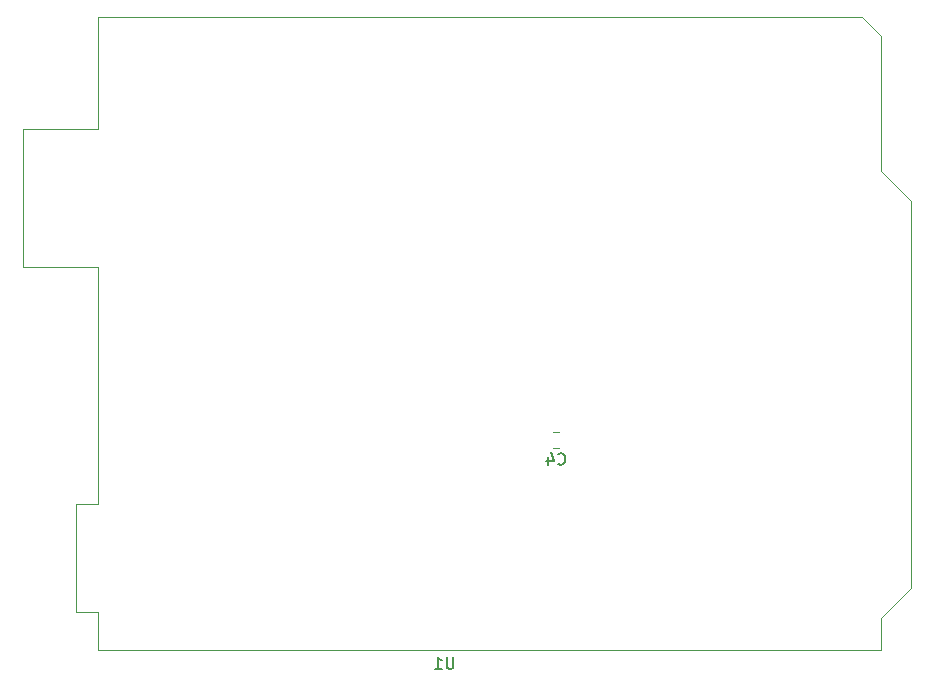
<source format=gbr>
G04 #@! TF.GenerationSoftware,KiCad,Pcbnew,5.0.2-bee76a0~70~ubuntu16.04.1*
G04 #@! TF.CreationDate,2019-09-09T00:06:54-05:00*
G04 #@! TF.ProjectId,sensor_machine,73656e73-6f72-45f6-9d61-6368696e652e,V1*
G04 #@! TF.SameCoordinates,Original*
G04 #@! TF.FileFunction,Legend,Bot*
G04 #@! TF.FilePolarity,Positive*
%FSLAX46Y46*%
G04 Gerber Fmt 4.6, Leading zero omitted, Abs format (unit mm)*
G04 Created by KiCad (PCBNEW 5.0.2-bee76a0~70~ubuntu16.04.1) date lun 09 sep 2019 00:06:54 -05*
%MOMM*%
%LPD*%
G01*
G04 APERTURE LIST*
%ADD10C,0.120000*%
%ADD11C,0.150000*%
G04 APERTURE END LIST*
D10*
G04 #@! TO.C,U1*
X177345800Y-81644300D02*
X179885800Y-84184300D01*
X177345800Y-70214300D02*
X177345800Y-81644300D01*
X175695800Y-68564300D02*
X177345800Y-70214300D01*
X111045800Y-68564300D02*
X175695800Y-68564300D01*
X111045800Y-78094300D02*
X111045800Y-68564300D01*
X104695800Y-78094300D02*
X111045800Y-78094300D01*
X104695800Y-89774300D02*
X104695800Y-78094300D01*
X111045800Y-89774300D02*
X104695800Y-89774300D01*
X111045800Y-109844300D02*
X111045800Y-89774300D01*
X109145800Y-109844300D02*
X111045800Y-109844300D01*
X109145800Y-118984300D02*
X109145800Y-109844300D01*
X111045800Y-118984300D02*
X109145800Y-118984300D01*
X111045800Y-122164300D02*
X111045800Y-118984300D01*
X177345800Y-122164300D02*
X111045800Y-122164300D01*
X177345800Y-119494300D02*
X177345800Y-122164300D01*
X179885800Y-116954300D02*
X177345800Y-119494300D01*
X179885800Y-84184300D02*
X179885800Y-116954300D01*
G04 #@! TO.C,C4*
X149573348Y-105091300D02*
X150095852Y-105091300D01*
X149573348Y-103671300D02*
X150095852Y-103671300D01*
G04 #@! TO.C,U1*
D11*
X141147704Y-122756680D02*
X141147704Y-123566204D01*
X141100085Y-123661442D01*
X141052466Y-123709061D01*
X140957228Y-123756680D01*
X140766752Y-123756680D01*
X140671514Y-123709061D01*
X140623895Y-123661442D01*
X140576276Y-123566204D01*
X140576276Y-122756680D01*
X139576276Y-123756680D02*
X140147704Y-123756680D01*
X139861990Y-123756680D02*
X139861990Y-122756680D01*
X139957228Y-122899538D01*
X140052466Y-122994776D01*
X140147704Y-123042395D01*
G04 #@! TO.C,C4*
X150001266Y-106388442D02*
X150048885Y-106436061D01*
X150191742Y-106483680D01*
X150286980Y-106483680D01*
X150429838Y-106436061D01*
X150525076Y-106340823D01*
X150572695Y-106245585D01*
X150620314Y-106055109D01*
X150620314Y-105912252D01*
X150572695Y-105721776D01*
X150525076Y-105626538D01*
X150429838Y-105531300D01*
X150286980Y-105483680D01*
X150191742Y-105483680D01*
X150048885Y-105531300D01*
X150001266Y-105578919D01*
X149144123Y-105817014D02*
X149144123Y-106483680D01*
X149382219Y-105436061D02*
X149620314Y-106150347D01*
X149001266Y-106150347D01*
G04 #@! TD*
M02*

</source>
